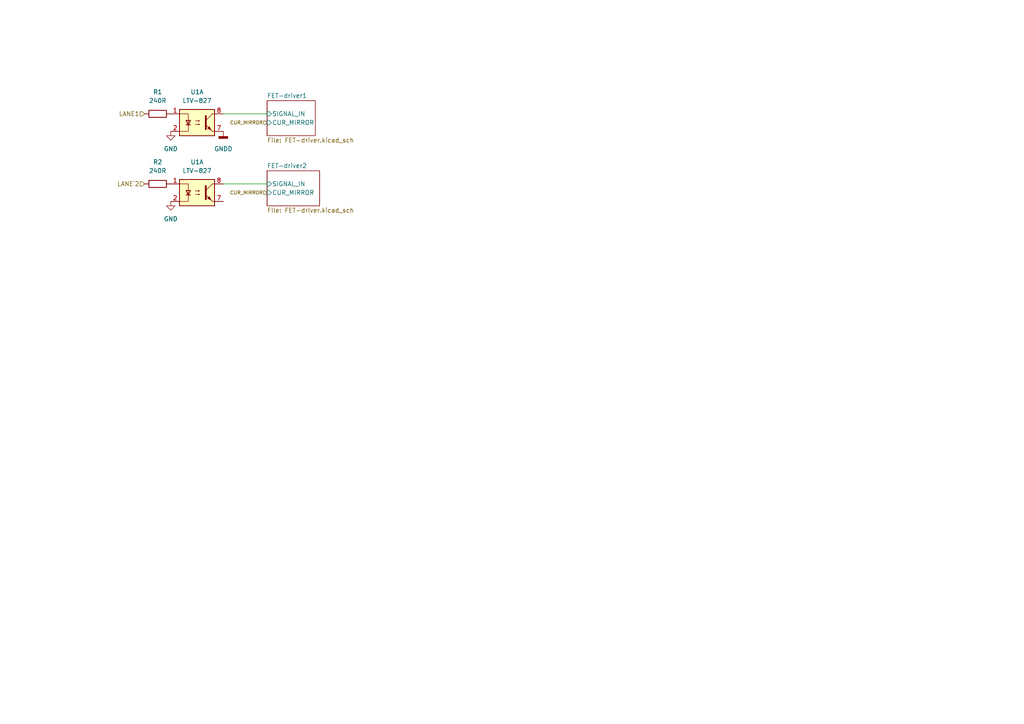
<source format=kicad_sch>
(kicad_sch (version 20211123) (generator eeschema)
  (paper "A4")
  (lib_symbols
    (symbol "Device:R" (pin_numbers hide) (pin_names (offset 0))
      (property "Reference" "R" (at 2.032 0 90))
      (property "Value" "R" (at 0 0 90))
      (symbol "R_0_1"
        (rectangle (start -1.016 -2.54) (end 1.016 2.54) (stroke (width 0.254)))
      )
      (symbol "R_1_1"
        (pin passive line (at 0 3.81 270) (length 1.27) (name "~") (number "1"))
        (pin passive line (at 0 -3.81 90) (length 1.27) (name "~") (number "2"))
      )
    )
    (symbol "Isolator:LTV-827" (pin_names (offset 1.016))
      (property "Reference" "U" (at -5.08 5.08 0))
      (property "Value" "LTV-827" (at 0 5.08 0))
      (symbol "LTV-827_0_1"
        (rectangle (start -5.08 3.81) (end 5.08 -3.81) (stroke (width 0.254)) (fill (type background)))
        (polyline (pts (xy -3.175 -0.635) (xy -1.905 -0.635)) (stroke (width 0.254)))
        (polyline (pts (xy 2.54 0.635) (xy 4.445 2.54)))
        (polyline (pts (xy 4.445 -2.54) (xy 2.54 -0.635)) (fill (type outline)))
        (polyline (pts (xy 4.445 -2.54) (xy 5.08 -2.54)))
        (polyline (pts (xy 4.445 2.54) (xy 5.08 2.54)))
        (polyline (pts (xy -2.54 -0.635) (xy -2.54 -2.54) (xy -5.08 -2.54)))
        (polyline (pts (xy 2.54 1.905) (xy 2.54 -1.905) (xy 2.54 -1.905)) (stroke (width 0.508)))
        (polyline (pts (xy -5.08 2.54) (xy -2.54 2.54) (xy -2.54 -1.27) (xy -2.54 0.635)))
        (polyline (pts (xy -2.54 -0.635) (xy -3.175 0.635) (xy -1.905 0.635) (xy -2.54 -0.635)) (stroke (width 0.254)))
        (polyline (pts (xy -0.508 -0.508) (xy 0.762 -0.508) (xy 0.381 -0.635) (xy 0.381 -0.381) (xy 0.762 -0.508)))
        (polyline (pts (xy -0.508 0.508) (xy 0.762 0.508) (xy 0.381 0.381) (xy 0.381 0.635) (xy 0.762 0.508)))
        (polyline (pts (xy 3.048 -1.651) (xy 3.556 -1.143) (xy 4.064 -2.159) (xy 3.048 -1.651) (xy 3.048 -1.651)) (fill (type outline)))
      )
      (symbol "LTV-827_1_1"
        (pin passive line (at -7.62 2.54 0) (length 2.54) (name "~") (number "1"))
        (pin passive line (at -7.62 -2.54 0) (length 2.54) (name "~") (number "2"))
        (pin passive line (at 7.62 -2.54 180) (length 2.54) (name "~") (number "7"))
        (pin passive line (at 7.62 2.54 180) (length 2.54) (name "~") (number "8"))
      )
      (symbol "LTV-827_2_1"
        (pin passive line (at -7.62 2.54 0) (length 2.54) (name "~") (number "3"))
        (pin passive line (at -7.62 -2.54 0) (length 2.54) (name "~") (number "4"))
        (pin passive line (at 7.62 -2.54 180) (length 2.54) (name "~") (number "5"))
        (pin passive line (at 7.62 2.54 180) (length 2.54) (name "~") (number "6"))
      )
    )
    (symbol "power:GND" (power) (pin_names (offset 0))
      (property "Value" "GND" (at 0 -3.81 0))
      (symbol "GND_0_1"
        (polyline (pts (xy 0 0) (xy 0 -1.27) (xy 1.27 -1.27) (xy 0 -2.54) (xy -1.27 -1.27) (xy 0 -1.27)))
      )
      (symbol "GND_1_1"
        (pin power_in line (at 0 0 270) (length 0) hide (name "GND") (number "1"))
      )
    )
    (symbol "power:GNDD" (power) (pin_names (offset 0))
      (property "Value" "GNDD" (at 0 -3.175 0))
      (symbol "GNDD_0_1"
        (rectangle (start -1.27 -1.524) (end 1.27 -2.032) (stroke (width 0.254)) (fill (type outline)))
        (polyline (pts (xy 0 0) (xy 0 -1.524)))
      )
      (symbol "GNDD_1_1"
        (pin power_in line (at 0 0 270) (length 0) hide (name "GNDD") (number "1"))
      )
    )
  )
  (wire (pts (xy 64.77 53.34) (xy 77.47 53.34)))
  (wire (pts (xy 64.77 33.02) (xy 77.47 33.02)))
  (hierarchical_label "LANE`2" (shape input) (at 41.91 53.34 180))
  (hierarchical_label "CUR_MIRROR" (shape input) (at 77.47 55.88 180) (effects (font (size 1 1))))
  (hierarchical_label "CUR_MIRROR" (shape input) (at 77.47 35.56 180) (effects (font (size 1 1))))
  (hierarchical_label "LANE1" (shape input) (at 41.91 33.02 180))
  (symbol (lib_id "power:GND") (at 49.53 38.1 0)
    (property "Reference" "#PWR01" (effects hide))
    (property "Value" "GND" (at 49.53 43.18 0))
  )
  (symbol (lib_id "Device:R") (at 45.72 53.34 90)
    (property "Reference" "R2" (at 45.72 46.99 90))
    (property "Value" "240R" (at 45.72 49.53 90))
    (property "Footprint" "Resistor_SMD:R_1206_3216Metric_Pad1.30x1.75mm_HandSolder" (effects hide))
  )
  (symbol (lib_id "power:GND") (at 49.53 58.42 0)
    (property "Reference" "#PWR02" (effects hide))
    (property "Value" "GND" (at 49.53 63.5 0))
  )
  (symbol (lib_id "Device:R") (at 45.72 33.02 90)
    (property "Reference" "R1" (at 45.72 26.67 90))
    (property "Value" "240R" (at 45.72 29.21 90))
    (property "Footprint" "Resistor_SMD:R_1206_3216Metric_Pad1.30x1.75mm_HandSolder" (effects hide))
  )
  (symbol (lib_id "Isolator:LTV-827") (at 57.15 55.88 0)
    (property "Reference" "U1" (at 57.15 46.99 0))
    (property "Value" "LTV-827" (at 57.15 49.53 0))
    (property "Footprint" "Package_DIP:DIP-8_W7.62mm" (effects hide))
    (property "Datasheet" "http://optoelectronics.liteon.com/upload/download/DS-70-96-0016/LTV-8X7%20series%20201610%20.pdf" (effects hide))
  )
  (symbol (lib_id "Isolator:LTV-827") (at 57.15 35.56 0)
    (property "Reference" "U1" (at 57.15 26.67 0))
    (property "Value" "LTV-827" (at 57.15 29.21 0))
    (property "Footprint" "Package_DIP:DIP-8_W7.62mm" (effects hide))
    (property "Datasheet" "http://optoelectronics.liteon.com/upload/download/DS-70-96-0016/LTV-8X7%20series%20201610%20.pdf" (effects hide))
  )
  (symbol (lib_id "power:GNDD") (at 64.77 38.1 0)
    (property "Reference" "#PWR03" (effects hide))
    (property "Value" "GNDD" (at 64.77 43.18 0))
  )
  (sheet (at 77.47 49.53) (size 15.24 10.16) (stroke (width 0.1524))
    (property "Sheet name" "FET-driver2" (at 77.47 48.8184 0) (effects (justify left bottom)))
    (property "Sheet file" "FET-driver.kicad_sch" (at 77.47 60.2746 0) (effects (justify left top)))
    (pin "SIGNAL_IN" input (at 77.47 53.34 180))
    (pin "CUR_MIRROR" input (at 77.47 55.88 180))
  )
  (sheet (at 77.47 29.21) (size 13.97 10.16) (stroke (width 0.1524))
    (property "Sheet name" "FET-driver1" (at 77.47 28.4984 0) (effects (justify left bottom)))
    (property "Sheet file" "FET-driver.kicad_sch" (at 77.47 39.9546 0) (effects (justify left top)))
    (pin "SIGNAL_IN" input (at 77.47 33.02 180))
    (pin "CUR_MIRROR" input (at 77.47 35.56 180))
  )
)
</source>
